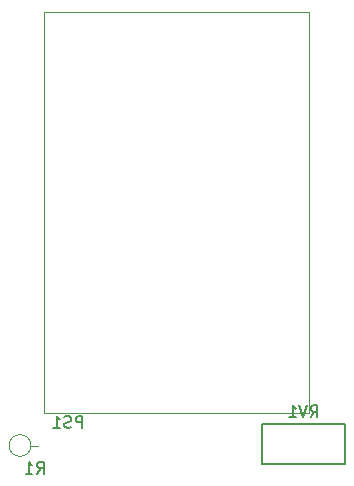
<source format=gbr>
%TF.GenerationSoftware,KiCad,Pcbnew,(5.1.9)-1*%
%TF.CreationDate,2021-05-14T01:46:21+02:00*%
%TF.ProjectId,Netzteil,4e65747a-7465-4696-9c2e-6b696361645f,rev?*%
%TF.SameCoordinates,Original*%
%TF.FileFunction,Legend,Bot*%
%TF.FilePolarity,Positive*%
%FSLAX46Y46*%
G04 Gerber Fmt 4.6, Leading zero omitted, Abs format (unit mm)*
G04 Created by KiCad (PCBNEW (5.1.9)-1) date 2021-05-14 01:46:21*
%MOMM*%
%LPD*%
G01*
G04 APERTURE LIST*
%ADD10C,0.150000*%
%ADD11C,0.120000*%
G04 APERTURE END LIST*
D10*
%TO.C,RV1*%
X127250000Y-108750000D02*
X127250000Y-105350000D01*
X134250000Y-108750000D02*
X134250000Y-105350000D01*
X127250000Y-108750000D02*
X134250000Y-108750000D01*
X127250000Y-105350000D02*
X134250000Y-105350000D01*
D11*
%TO.C,R1*%
X107670000Y-107200000D02*
X108290000Y-107200000D01*
X107670000Y-107200000D02*
G75*
G03*
X107670000Y-107200000I-920000J0D01*
G01*
%TO.C,PS1*%
X108780000Y-104420000D02*
X131220000Y-104420000D01*
X108780000Y-70480000D02*
X108780000Y-104420000D01*
X131220000Y-70480000D02*
X108780000Y-70480000D01*
X131220000Y-104420000D02*
X131220000Y-70480000D01*
%TO.C,RV1*%
D10*
X131345238Y-104802380D02*
X131678571Y-104326190D01*
X131916666Y-104802380D02*
X131916666Y-103802380D01*
X131535714Y-103802380D01*
X131440476Y-103850000D01*
X131392857Y-103897619D01*
X131345238Y-103992857D01*
X131345238Y-104135714D01*
X131392857Y-104230952D01*
X131440476Y-104278571D01*
X131535714Y-104326190D01*
X131916666Y-104326190D01*
X131059523Y-103802380D02*
X130726190Y-104802380D01*
X130392857Y-103802380D01*
X129535714Y-104802380D02*
X130107142Y-104802380D01*
X129821428Y-104802380D02*
X129821428Y-103802380D01*
X129916666Y-103945238D01*
X130011904Y-104040476D01*
X130107142Y-104088095D01*
%TO.C,R1*%
X108186666Y-109572380D02*
X108520000Y-109096190D01*
X108758095Y-109572380D02*
X108758095Y-108572380D01*
X108377142Y-108572380D01*
X108281904Y-108620000D01*
X108234285Y-108667619D01*
X108186666Y-108762857D01*
X108186666Y-108905714D01*
X108234285Y-109000952D01*
X108281904Y-109048571D01*
X108377142Y-109096190D01*
X108758095Y-109096190D01*
X107234285Y-109572380D02*
X107805714Y-109572380D01*
X107520000Y-109572380D02*
X107520000Y-108572380D01*
X107615238Y-108715238D01*
X107710476Y-108810476D01*
X107805714Y-108858095D01*
%TO.C,PS1*%
X112034285Y-105702380D02*
X112034285Y-104702380D01*
X111653333Y-104702380D01*
X111558095Y-104750000D01*
X111510476Y-104797619D01*
X111462857Y-104892857D01*
X111462857Y-105035714D01*
X111510476Y-105130952D01*
X111558095Y-105178571D01*
X111653333Y-105226190D01*
X112034285Y-105226190D01*
X111081904Y-105654761D02*
X110939047Y-105702380D01*
X110700952Y-105702380D01*
X110605714Y-105654761D01*
X110558095Y-105607142D01*
X110510476Y-105511904D01*
X110510476Y-105416666D01*
X110558095Y-105321428D01*
X110605714Y-105273809D01*
X110700952Y-105226190D01*
X110891428Y-105178571D01*
X110986666Y-105130952D01*
X111034285Y-105083333D01*
X111081904Y-104988095D01*
X111081904Y-104892857D01*
X111034285Y-104797619D01*
X110986666Y-104750000D01*
X110891428Y-104702380D01*
X110653333Y-104702380D01*
X110510476Y-104750000D01*
X109558095Y-105702380D02*
X110129523Y-105702380D01*
X109843809Y-105702380D02*
X109843809Y-104702380D01*
X109939047Y-104845238D01*
X110034285Y-104940476D01*
X110129523Y-104988095D01*
%TD*%
M02*

</source>
